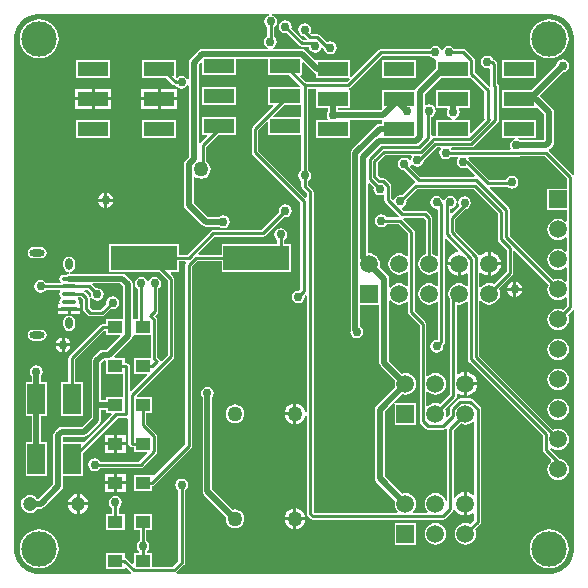
<source format=gtl>
G04 Layer_Physical_Order=1*
G04 Layer_Color=255*
%FSLAX24Y24*%
%MOIN*%
G70*
G01*
G75*
%ADD10R,0.0512X0.0413*%
%ADD11R,0.2200X0.0830*%
%ADD12R,0.0591X0.1024*%
%ADD13R,0.1000X0.0470*%
%ADD14O,0.0532X0.0120*%
%ADD15R,0.0532X0.0120*%
%ADD16C,0.0100*%
%ADD17C,0.0200*%
%ADD18C,0.0472*%
%ADD19R,0.0591X0.0591*%
%ADD20C,0.0591*%
%ADD21C,0.1181*%
%ADD22C,0.0500*%
%ADD23R,0.0591X0.0591*%
G04:AMPARAMS|DCode=24|XSize=23.6mil|YSize=51.2mil|CornerRadius=11.8mil|HoleSize=0mil|Usage=FLASHONLY|Rotation=270.000|XOffset=0mil|YOffset=0mil|HoleType=Round|Shape=RoundedRectangle|*
%AMROUNDEDRECTD24*
21,1,0.0236,0.0276,0,0,270.0*
21,1,0.0000,0.0512,0,0,270.0*
1,1,0.0236,-0.0138,0.0000*
1,1,0.0236,-0.0138,0.0000*
1,1,0.0236,0.0138,0.0000*
1,1,0.0236,0.0138,0.0000*
%
%ADD24ROUNDEDRECTD24*%
G04:AMPARAMS|DCode=25|XSize=27.6mil|YSize=39.4mil|CornerRadius=13.8mil|HoleSize=0mil|Usage=FLASHONLY|Rotation=0.000|XOffset=0mil|YOffset=0mil|HoleType=Round|Shape=RoundedRectangle|*
%AMROUNDEDRECTD25*
21,1,0.0276,0.0118,0,0,0.0*
21,1,0.0000,0.0394,0,0,0.0*
1,1,0.0276,0.0000,-0.0059*
1,1,0.0276,0.0000,-0.0059*
1,1,0.0276,0.0000,0.0059*
1,1,0.0276,0.0000,0.0059*
%
%ADD25ROUNDEDRECTD25*%
%ADD26C,0.0300*%
G36*
X18593Y13348D02*
Y13005D01*
X17945D01*
Y12295D01*
X18593D01*
Y11927D01*
X18543Y11911D01*
X18479Y11960D01*
X18393Y11996D01*
X18300Y12008D01*
X18207Y11996D01*
X18121Y11960D01*
X18047Y11903D01*
X17990Y11829D01*
X17954Y11743D01*
X17942Y11650D01*
X17954Y11557D01*
X17990Y11471D01*
X18047Y11397D01*
X18121Y11340D01*
X18207Y11304D01*
X18300Y11292D01*
X18393Y11304D01*
X18479Y11340D01*
X18543Y11389D01*
X18593Y11373D01*
Y10927D01*
X18543Y10911D01*
X18479Y10960D01*
X18393Y10996D01*
X18300Y11008D01*
X18207Y10996D01*
X18121Y10960D01*
X18047Y10903D01*
X17990Y10829D01*
X17954Y10743D01*
X17942Y10650D01*
X17954Y10557D01*
X17990Y10471D01*
X18047Y10397D01*
X18121Y10340D01*
X18207Y10304D01*
X18300Y10292D01*
X18393Y10304D01*
X18479Y10340D01*
X18543Y10389D01*
X18593Y10373D01*
Y9927D01*
X18543Y9911D01*
X18479Y9960D01*
X18393Y9996D01*
X18300Y10008D01*
X18207Y9996D01*
X18140Y9968D01*
X16682Y11426D01*
Y12306D01*
X16682Y12306D01*
X16674Y12349D01*
X16649Y12386D01*
X16649Y12386D01*
X16007Y13027D01*
X16028Y13077D01*
X16607D01*
X16612Y13071D01*
X16681Y13024D01*
X16763Y13008D01*
X16845Y13024D01*
X16915Y13071D01*
X16961Y13140D01*
X16977Y13222D01*
X16961Y13304D01*
X16915Y13374D01*
X16845Y13420D01*
X16763Y13436D01*
X16681Y13420D01*
X16612Y13374D01*
X16565Y13304D01*
X16565Y13302D01*
X16007D01*
X15341Y13968D01*
X15338Y13982D01*
X15307Y14028D01*
X15334Y14078D01*
X17008D01*
X17008Y14078D01*
X17051Y14086D01*
X17053Y14088D01*
X17854D01*
X18593Y13348D01*
D02*
G37*
G36*
X13426Y14068D02*
X13402Y14032D01*
X13390Y13969D01*
X13337Y13958D01*
X13321Y13981D01*
X13252Y14028D01*
X13170Y14044D01*
X13088Y14028D01*
X13019Y13981D01*
X12972Y13912D01*
X12956Y13830D01*
X12972Y13748D01*
X13019Y13679D01*
X13088Y13632D01*
X13170Y13616D01*
X13175Y13617D01*
X13530Y13261D01*
X13515Y13206D01*
X13491Y13189D01*
X13491Y13189D01*
X13086Y12785D01*
X13040Y12794D01*
X12958Y12778D01*
X12889Y12731D01*
X12842Y12662D01*
X12837Y12636D01*
X12789Y12622D01*
X12731Y12680D01*
Y13106D01*
X12731Y13106D01*
X12722Y13149D01*
X12698Y13185D01*
X12698Y13185D01*
X12545Y13338D01*
X12509Y13362D01*
X12466Y13371D01*
X12466Y13371D01*
X12371D01*
X12287Y13455D01*
Y13879D01*
X12526Y14118D01*
X13399D01*
X13426Y14068D01*
D02*
G37*
G36*
X14386Y14333D02*
X14352Y14282D01*
X14336Y14200D01*
X14352Y14118D01*
X14399Y14049D01*
X14468Y14002D01*
X14550Y13986D01*
X14632Y14002D01*
X14701Y14049D01*
X14721Y14078D01*
X14946D01*
X14973Y14028D01*
X14942Y13982D01*
X14926Y13900D01*
X14942Y13818D01*
X14989Y13749D01*
X15058Y13702D01*
X15140Y13686D01*
X15222Y13702D01*
X15262Y13729D01*
X15529Y13462D01*
X15509Y13412D01*
X13696D01*
X13365Y13744D01*
X13368Y13748D01*
X13380Y13811D01*
X13433Y13822D01*
X13449Y13799D01*
X13518Y13752D01*
X13600Y13736D01*
X13682Y13752D01*
X13751Y13799D01*
X13798Y13868D01*
X13813Y13943D01*
X14252Y14383D01*
X14363D01*
X14386Y14333D01*
D02*
G37*
G36*
X10240Y16295D02*
X10240D01*
Y15705D01*
X10637D01*
Y15584D01*
X10602Y15532D01*
X10586Y15450D01*
X10602Y15368D01*
X10618Y15345D01*
X10591Y15295D01*
X10240D01*
Y14705D01*
X11360D01*
Y15287D01*
X12440D01*
Y15163D01*
X12359D01*
X12296Y15151D01*
X12243Y15115D01*
X11429Y14301D01*
X11394Y14248D01*
X11382Y14186D01*
Y8285D01*
X11383Y8277D01*
X11376Y8240D01*
X11392Y8158D01*
X11439Y8089D01*
X11508Y8042D01*
X11590Y8026D01*
X11672Y8042D01*
X11741Y8089D01*
X11788Y8158D01*
X11804Y8240D01*
X11788Y8322D01*
X11741Y8391D01*
X11708Y8414D01*
Y9145D01*
X12337D01*
Y7208D01*
X12349Y7146D01*
X12385Y7093D01*
X12869Y6609D01*
X12862Y6593D01*
X12850Y6500D01*
X12862Y6407D01*
X12869Y6391D01*
X12235Y5757D01*
X12199Y5704D01*
X12187Y5642D01*
Y3358D01*
X12199Y3296D01*
X12235Y3243D01*
X12869Y2609D01*
X12862Y2593D01*
X12850Y2500D01*
X12862Y2407D01*
X12898Y2321D01*
X12951Y2252D01*
X12939Y2202D01*
X10171D01*
X10148Y2226D01*
Y12900D01*
X10148Y12900D01*
X10139Y12943D01*
X10115Y12979D01*
X9962Y13132D01*
Y13272D01*
X10001Y13299D01*
X10048Y13368D01*
X10064Y13450D01*
X10048Y13532D01*
X10001Y13601D01*
X9962Y13628D01*
Y16338D01*
X10223D01*
X10240Y16295D01*
D02*
G37*
G36*
X9738Y15395D02*
X8819D01*
X8800Y15441D01*
X9164Y15805D01*
X9738D01*
Y15395D01*
D02*
G37*
G36*
X15360Y16705D02*
Y16705D01*
X15404Y16688D01*
X15838Y16254D01*
Y15359D01*
X15838Y15359D01*
X15846Y15317D01*
X15847Y15315D01*
X15406Y14874D01*
X15360Y14893D01*
Y15295D01*
X14851D01*
X14846Y15345D01*
X14882Y15352D01*
X14951Y15399D01*
X14998Y15468D01*
X15014Y15550D01*
X14998Y15632D01*
X14982Y15655D01*
X15009Y15705D01*
X15360D01*
Y16295D01*
X14240D01*
Y15705D01*
X14591D01*
X14618Y15655D01*
X14602Y15632D01*
X14586Y15550D01*
X14602Y15468D01*
X14649Y15399D01*
X14718Y15352D01*
X14754Y15345D01*
X14749Y15295D01*
X14240D01*
Y14767D01*
X14120D01*
X14072Y14809D01*
Y15400D01*
X14082Y15402D01*
X14151Y15449D01*
X14198Y15518D01*
X14214Y15600D01*
X14198Y15682D01*
X14151Y15751D01*
X14082Y15798D01*
X14000Y15814D01*
X13918Y15798D01*
X13897Y15784D01*
X13853Y15807D01*
Y16172D01*
X14386Y16705D01*
X15360D01*
X15360Y16705D01*
D02*
G37*
G36*
X18078Y18833D02*
X18243Y18800D01*
X18394Y18737D01*
X18530Y18646D01*
X18646Y18530D01*
X18737Y18394D01*
X18800Y18243D01*
X18833Y18078D01*
X18837Y17996D01*
Y13486D01*
X18787Y13471D01*
X18785Y13474D01*
X18785Y13474D01*
X17997Y14262D01*
X17997Y14316D01*
X18001Y14325D01*
X18015Y14335D01*
X18115Y14435D01*
X18151Y14488D01*
X18163Y14550D01*
Y15550D01*
X18151Y15612D01*
X18115Y15665D01*
X17681Y16100D01*
X18471Y16890D01*
X18532Y16902D01*
X18601Y16949D01*
X18648Y17018D01*
X18664Y17100D01*
X18648Y17182D01*
X18601Y17251D01*
X18532Y17298D01*
X18450Y17314D01*
X18368Y17298D01*
X18299Y17251D01*
X18252Y17182D01*
X18240Y17121D01*
X17414Y16295D01*
X16440D01*
Y15705D01*
X17560D01*
Y15705D01*
X17598Y15721D01*
X17837Y15482D01*
Y14618D01*
X17832Y14613D01*
X17034D01*
X16982Y14648D01*
X16946Y14655D01*
X16951Y14705D01*
X17560D01*
Y15295D01*
X16440D01*
Y14705D01*
X16849D01*
X16854Y14655D01*
X16818Y14648D01*
X16749Y14601D01*
X16702Y14532D01*
X16686Y14450D01*
X16702Y14368D01*
X16717Y14346D01*
X16693Y14302D01*
X14749D01*
X14726Y14338D01*
X14749Y14383D01*
X15412D01*
X15412Y14383D01*
X15455Y14391D01*
X15491Y14416D01*
X16289Y15214D01*
X16314Y15250D01*
X16322Y15293D01*
X16322Y15293D01*
Y16408D01*
X16322Y16408D01*
X16314Y16451D01*
X16289Y16487D01*
X16289Y16487D01*
X16262Y16514D01*
Y17168D01*
X16262Y17168D01*
X16254Y17211D01*
X16229Y17247D01*
X16168Y17309D01*
X16131Y17333D01*
X16120Y17335D01*
X16089Y17381D01*
X16020Y17427D01*
X15938Y17443D01*
X15856Y17427D01*
X15786Y17381D01*
X15740Y17311D01*
X15724Y17229D01*
X15740Y17147D01*
X15786Y17078D01*
X15856Y17031D01*
X15938Y17015D01*
X15988Y17025D01*
X16038Y16988D01*
Y16468D01*
X16038Y16468D01*
X16044Y16435D01*
X16012Y16410D01*
X16003Y16405D01*
X15522Y16886D01*
Y17281D01*
X15514Y17323D01*
X15489Y17360D01*
X15489Y17360D01*
X15220Y17629D01*
X15183Y17654D01*
X15141Y17662D01*
X15141Y17662D01*
X14828D01*
X14801Y17701D01*
X14732Y17748D01*
X14650Y17764D01*
X14568Y17748D01*
X14499Y17701D01*
X14452Y17632D01*
X14450Y17623D01*
X14400D01*
X14398Y17632D01*
X14351Y17701D01*
X14282Y17748D01*
X14200Y17764D01*
X14118Y17748D01*
X14049Y17701D01*
X14022Y17662D01*
X12400D01*
X12400Y17662D01*
X12357Y17654D01*
X12321Y17629D01*
X11410Y16719D01*
X11360Y16739D01*
Y17295D01*
X10240D01*
Y17295D01*
X10210Y17282D01*
X9882Y17610D01*
X9829Y17646D01*
X9766Y17658D01*
X8790D01*
X8781Y17704D01*
X8782Y17708D01*
X8850Y17753D01*
X8896Y17823D01*
X8913Y17905D01*
X8896Y17987D01*
X8850Y18056D01*
X8832Y18068D01*
Y18402D01*
X8871Y18429D01*
X8918Y18498D01*
X8934Y18580D01*
X8918Y18662D01*
X8871Y18731D01*
X8802Y18778D01*
X8756Y18787D01*
X8761Y18837D01*
X17996D01*
X18078Y18833D01*
D02*
G37*
G36*
X13888Y11979D02*
Y10838D01*
X13821Y10810D01*
X13747Y10753D01*
X13690Y10679D01*
X13654Y10593D01*
X13642Y10500D01*
X13654Y10407D01*
X13690Y10321D01*
X13747Y10247D01*
X13821Y10190D01*
X13907Y10154D01*
X14000Y10142D01*
X14093Y10154D01*
X14179Y10190D01*
X14248Y10242D01*
X14298Y10231D01*
Y9769D01*
X14248Y9758D01*
X14179Y9810D01*
X14093Y9846D01*
X14000Y9858D01*
X13907Y9846D01*
X13821Y9810D01*
X13747Y9753D01*
X13690Y9679D01*
X13654Y9593D01*
X13642Y9500D01*
X13654Y9407D01*
X13690Y9321D01*
X13747Y9247D01*
X13821Y9190D01*
X13907Y9154D01*
X14000Y9142D01*
X14093Y9154D01*
X14179Y9190D01*
X14248Y9242D01*
X14298Y9231D01*
Y8006D01*
X14250Y7964D01*
X14168Y7948D01*
X14099Y7901D01*
X14052Y7832D01*
X14036Y7750D01*
X14052Y7668D01*
X14099Y7599D01*
X14168Y7552D01*
X14250Y7536D01*
X14332Y7552D01*
X14401Y7599D01*
X14448Y7668D01*
X14464Y7750D01*
X14455Y7796D01*
X14489Y7831D01*
X14489Y7831D01*
X14514Y7867D01*
X14522Y7910D01*
X14522Y7910D01*
Y11338D01*
X14568Y11357D01*
X14979Y10946D01*
X14961Y10894D01*
X14897Y10885D01*
X14801Y10845D01*
X14718Y10782D01*
X14655Y10699D01*
X14615Y10603D01*
X14608Y10550D01*
X15000D01*
Y10500D01*
X15050D01*
Y10108D01*
X15103Y10115D01*
X15199Y10155D01*
X15243Y10188D01*
X15293Y10164D01*
Y9777D01*
X15243Y9761D01*
X15179Y9810D01*
X15093Y9846D01*
X15000Y9858D01*
X14907Y9846D01*
X14821Y9810D01*
X14747Y9753D01*
X14690Y9679D01*
X14654Y9593D01*
X14642Y9500D01*
X14654Y9407D01*
X14690Y9321D01*
X14700Y9307D01*
Y6712D01*
X14699Y6711D01*
X14691Y6668D01*
X14691Y6668D01*
Y6332D01*
X14691Y6332D01*
X14699Y6289D01*
X14700Y6288D01*
Y6150D01*
X14368Y5818D01*
X14301Y5846D01*
X14208Y5858D01*
X14116Y5846D01*
X14029Y5810D01*
X13962Y5759D01*
X13912Y5772D01*
Y6228D01*
X13962Y6241D01*
X14029Y6190D01*
X14116Y6154D01*
X14208Y6142D01*
X14301Y6154D01*
X14387Y6190D01*
X14462Y6247D01*
X14519Y6321D01*
X14554Y6407D01*
X14567Y6500D01*
X14554Y6593D01*
X14519Y6679D01*
X14462Y6753D01*
X14387Y6810D01*
X14301Y6846D01*
X14208Y6858D01*
X14116Y6846D01*
X14029Y6810D01*
X13962Y6759D01*
X13912Y6772D01*
Y8500D01*
X13904Y8543D01*
X13879Y8579D01*
X13879Y8579D01*
X13522Y8936D01*
Y11560D01*
X13522Y11560D01*
X13514Y11603D01*
X13489Y11639D01*
X13489Y11639D01*
X13141Y11988D01*
X13161Y12038D01*
X13829D01*
X13888Y11979D01*
D02*
G37*
G36*
X12747Y9247D02*
X12821Y9190D01*
X12907Y9154D01*
X13000Y9142D01*
X13093Y9154D01*
X13179Y9190D01*
X13248Y9242D01*
X13298Y9231D01*
Y8890D01*
X13298Y8890D01*
X13306Y8847D01*
X13331Y8811D01*
X13688Y8454D01*
Y5250D01*
X13688Y5250D01*
X13696Y5207D01*
X13721Y5171D01*
X13881Y5011D01*
X13881Y5011D01*
X13917Y4986D01*
X13960Y4978D01*
X13960Y4978D01*
X14450D01*
X14450Y4978D01*
X14493Y4986D01*
X14529Y5011D01*
X14553Y5035D01*
X14600Y5010D01*
X14598Y5002D01*
X14598Y5002D01*
Y2618D01*
X14548Y2609D01*
X14519Y2679D01*
X14462Y2753D01*
X14387Y2810D01*
X14301Y2846D01*
X14208Y2858D01*
X14116Y2846D01*
X14029Y2810D01*
X13955Y2753D01*
X13898Y2679D01*
X13862Y2593D01*
X13850Y2500D01*
X13862Y2407D01*
X13898Y2321D01*
X13951Y2252D01*
X13939Y2202D01*
X13477D01*
X13466Y2252D01*
X13519Y2321D01*
X13554Y2407D01*
X13567Y2500D01*
X13554Y2593D01*
X13519Y2679D01*
X13462Y2753D01*
X13387Y2810D01*
X13301Y2846D01*
X13208Y2858D01*
X13116Y2846D01*
X13099Y2839D01*
X12513Y3426D01*
Y5574D01*
X12809Y5870D01*
X12853Y5843D01*
X12853Y5810D01*
Y5145D01*
X13564D01*
Y5855D01*
X12901D01*
X12865Y5855D01*
X12838Y5899D01*
X13099Y6161D01*
X13116Y6154D01*
X13208Y6142D01*
X13301Y6154D01*
X13387Y6190D01*
X13462Y6247D01*
X13519Y6321D01*
X13554Y6407D01*
X13567Y6500D01*
X13554Y6593D01*
X13519Y6679D01*
X13462Y6753D01*
X13387Y6810D01*
X13301Y6846D01*
X13208Y6858D01*
X13116Y6846D01*
X13099Y6839D01*
X12663Y7276D01*
Y9273D01*
X12713Y9290D01*
X12747Y9247D01*
D02*
G37*
G36*
X8684Y18787D02*
X8638Y18778D01*
X8569Y18731D01*
X8522Y18662D01*
X8506Y18580D01*
X8522Y18498D01*
X8569Y18429D01*
X8608Y18402D01*
Y18097D01*
X8547Y18056D01*
X8501Y17987D01*
X8484Y17905D01*
X8501Y17823D01*
X8547Y17753D01*
X8615Y17708D01*
X8616Y17704D01*
X8607Y17658D01*
X6434D01*
X6371Y17646D01*
X6318Y17610D01*
X6035Y17327D01*
X5999Y17274D01*
X5987Y17211D01*
Y16664D01*
X5937Y16648D01*
X5901Y16701D01*
X5832Y16748D01*
X5750Y16764D01*
X5668Y16748D01*
X5610Y16709D01*
X5571Y16723D01*
X5560Y16731D01*
Y17295D01*
X4440D01*
Y16705D01*
X5236D01*
X5471Y16471D01*
X5471Y16471D01*
X5507Y16446D01*
X5550Y16438D01*
X5550Y16438D01*
X5572D01*
X5599Y16399D01*
X5668Y16352D01*
X5750Y16336D01*
X5832Y16352D01*
X5901Y16399D01*
X5937Y16452D01*
X5987Y16437D01*
Y14047D01*
X5875Y13935D01*
X5839Y13882D01*
X5827Y13820D01*
Y12460D01*
X5839Y12398D01*
X5875Y12345D01*
X6435Y11785D01*
X6488Y11749D01*
X6550Y11737D01*
X7006D01*
X7058Y11702D01*
X7140Y11686D01*
X7222Y11702D01*
X7291Y11749D01*
X7338Y11818D01*
X7354Y11900D01*
X7338Y11982D01*
X7291Y12051D01*
X7222Y12098D01*
X7140Y12114D01*
X7058Y12098D01*
X7006Y12063D01*
X6618D01*
X6153Y12528D01*
Y13386D01*
X6203Y13410D01*
X6244Y13379D01*
X6319Y13348D01*
X6400Y13337D01*
X6481Y13348D01*
X6556Y13379D01*
X6621Y13429D01*
X6671Y13494D01*
X6702Y13569D01*
X6713Y13650D01*
X6702Y13731D01*
X6671Y13806D01*
X6621Y13871D01*
X6562Y13916D01*
Y14404D01*
X6964Y14805D01*
X7560D01*
Y15395D01*
X6440D01*
Y14805D01*
X6581D01*
X6600Y14759D01*
X6371Y14529D01*
X6363Y14518D01*
X6313Y14533D01*
Y17144D01*
X6394Y17224D01*
X6440Y17205D01*
Y16805D01*
X7560D01*
Y17332D01*
X8640D01*
Y16805D01*
X9336D01*
X9696Y16445D01*
X9676Y16395D01*
X8640D01*
Y15805D01*
X8781D01*
X8800Y15759D01*
X8121Y15079D01*
X8096Y15043D01*
X8088Y15000D01*
X8088Y15000D01*
Y14220D01*
X8088Y14220D01*
X8096Y14177D01*
X8121Y14141D01*
X9708Y12554D01*
Y9646D01*
X9665Y9609D01*
X9640Y9614D01*
X9558Y9598D01*
X9489Y9551D01*
X9442Y9482D01*
X9426Y9400D01*
X9442Y9318D01*
X9489Y9249D01*
X9558Y9202D01*
X9640Y9186D01*
X9722Y9202D01*
X9791Y9249D01*
X9838Y9318D01*
X9854Y9400D01*
X9847Y9436D01*
X9877Y9464D01*
X9923Y9444D01*
Y5558D01*
X9873Y5555D01*
X9869Y5591D01*
X9833Y5677D01*
X9777Y5750D01*
X9704Y5806D01*
X9619Y5841D01*
X9578Y5846D01*
Y5500D01*
Y5154D01*
X9619Y5159D01*
X9704Y5194D01*
X9777Y5250D01*
X9833Y5323D01*
X9869Y5409D01*
X9873Y5445D01*
X9923Y5442D01*
Y2179D01*
X9923Y2179D01*
X9932Y2137D01*
X9956Y2100D01*
X10046Y2011D01*
X10046Y2011D01*
X10082Y1986D01*
X10125Y1978D01*
X10125Y1978D01*
X14460D01*
X14460Y1978D01*
X14503Y1986D01*
X14539Y2011D01*
X14789Y2261D01*
X14789Y2261D01*
X14812Y2294D01*
X14838Y2299D01*
X14849Y2300D01*
X14865Y2298D01*
X14926Y2218D01*
X15009Y2155D01*
X15105Y2115D01*
X15158Y2108D01*
Y2500D01*
Y2892D01*
X15105Y2885D01*
X15009Y2845D01*
X14926Y2782D01*
X14872Y2711D01*
X14822Y2725D01*
Y4955D01*
X15049Y5182D01*
X15116Y5154D01*
X15208Y5142D01*
X15301Y5154D01*
X15387Y5190D01*
X15458Y5244D01*
X15486Y5238D01*
X15508Y5231D01*
Y2831D01*
X15458Y2807D01*
X15408Y2845D01*
X15311Y2885D01*
X15258Y2892D01*
Y2500D01*
Y2108D01*
X15311Y2115D01*
X15408Y2155D01*
X15458Y2193D01*
X15508Y2169D01*
Y1958D01*
X15368Y1818D01*
X15301Y1846D01*
X15208Y1858D01*
X15116Y1846D01*
X15029Y1810D01*
X14955Y1753D01*
X14898Y1679D01*
X14862Y1593D01*
X14850Y1500D01*
X14862Y1407D01*
X14898Y1321D01*
X14955Y1247D01*
X15029Y1190D01*
X15116Y1154D01*
X15208Y1142D01*
X15301Y1154D01*
X15387Y1190D01*
X15462Y1247D01*
X15519Y1321D01*
X15554Y1407D01*
X15567Y1500D01*
X15554Y1593D01*
X15527Y1660D01*
X15699Y1832D01*
X15699Y1832D01*
X15724Y1869D01*
X15732Y1912D01*
Y5560D01*
X15726Y5592D01*
Y5668D01*
X15726Y5668D01*
X15717Y5711D01*
X15693Y5747D01*
X15693Y5747D01*
X15455Y5985D01*
X15419Y6009D01*
X15376Y6017D01*
X15376Y6017D01*
X15294D01*
X15270Y6022D01*
X15246Y6017D01*
X15040D01*
X15040Y6017D01*
X14997Y6009D01*
X14961Y5985D01*
X14961Y5985D01*
X14724Y5747D01*
X14699Y5711D01*
X14691Y5668D01*
X14691Y5668D01*
Y5489D01*
X14604Y5403D01*
X14557Y5426D01*
X14567Y5500D01*
X14554Y5593D01*
X14527Y5660D01*
X14891Y6025D01*
X14891Y6025D01*
X14916Y6061D01*
X14924Y6104D01*
Y6157D01*
X14974Y6181D01*
X15009Y6155D01*
X15105Y6115D01*
X15158Y6108D01*
Y6500D01*
Y6892D01*
X15105Y6885D01*
X15009Y6845D01*
X14974Y6819D01*
X14924Y6843D01*
Y9114D01*
X14962Y9147D01*
X15000Y9142D01*
X15093Y9154D01*
X15179Y9190D01*
X15243Y9239D01*
X15293Y9223D01*
Y7318D01*
X15293Y7318D01*
X15302Y7276D01*
X15326Y7239D01*
X17783Y4783D01*
Y4305D01*
X17783Y4305D01*
X17791Y4262D01*
X17815Y4226D01*
X18072Y3970D01*
X18068Y3920D01*
X18047Y3903D01*
X17990Y3829D01*
X17954Y3743D01*
X17942Y3650D01*
X17954Y3557D01*
X17990Y3471D01*
X18047Y3397D01*
X18121Y3340D01*
X18207Y3304D01*
X18300Y3292D01*
X18393Y3304D01*
X18479Y3340D01*
X18553Y3397D01*
X18610Y3471D01*
X18646Y3557D01*
X18658Y3650D01*
X18646Y3743D01*
X18610Y3829D01*
X18553Y3903D01*
X18479Y3960D01*
X18393Y3996D01*
X18358Y4001D01*
X18031Y4328D01*
X18034Y4343D01*
X18091Y4363D01*
X18121Y4340D01*
X18207Y4304D01*
X18300Y4292D01*
X18393Y4304D01*
X18479Y4340D01*
X18553Y4397D01*
X18610Y4471D01*
X18646Y4557D01*
X18658Y4650D01*
X18646Y4743D01*
X18610Y4829D01*
X18553Y4903D01*
X18479Y4960D01*
X18393Y4996D01*
X18300Y5008D01*
X18207Y4996D01*
X18140Y4968D01*
X15677Y7431D01*
Y9255D01*
X15727Y9272D01*
X15747Y9247D01*
X15821Y9190D01*
X15907Y9154D01*
X16000Y9142D01*
X16093Y9154D01*
X16179Y9190D01*
X16253Y9247D01*
X16310Y9321D01*
X16346Y9407D01*
X16358Y9500D01*
X16346Y9593D01*
X16318Y9660D01*
X16779Y10121D01*
X16779Y10121D01*
X16804Y10157D01*
X16812Y10200D01*
Y10914D01*
X16858Y10933D01*
X17982Y9810D01*
X17954Y9743D01*
X17942Y9650D01*
X17954Y9557D01*
X17990Y9471D01*
X18047Y9397D01*
X18121Y9340D01*
X18207Y9304D01*
X18300Y9292D01*
X18393Y9304D01*
X18479Y9340D01*
X18543Y9389D01*
X18593Y9373D01*
Y9102D01*
X18460Y8968D01*
X18393Y8996D01*
X18300Y9008D01*
X18207Y8996D01*
X18121Y8960D01*
X18047Y8903D01*
X17990Y8829D01*
X17954Y8743D01*
X17942Y8650D01*
X17954Y8557D01*
X17990Y8471D01*
X18047Y8397D01*
X18121Y8340D01*
X18207Y8304D01*
X18300Y8292D01*
X18393Y8304D01*
X18479Y8340D01*
X18553Y8397D01*
X18610Y8471D01*
X18646Y8557D01*
X18658Y8650D01*
X18646Y8743D01*
X18618Y8810D01*
X18785Y8976D01*
X18785Y8976D01*
X18787Y8979D01*
X18837Y8964D01*
Y1004D01*
X18833Y922D01*
X18800Y757D01*
X18737Y606D01*
X18646Y470D01*
X18530Y354D01*
X18394Y263D01*
X18243Y200D01*
X18078Y167D01*
X17996Y163D01*
X5596D01*
X5586Y177D01*
X5577Y213D01*
X5829Y466D01*
X5829Y466D01*
X5854Y502D01*
X5862Y545D01*
X5862Y545D01*
Y2952D01*
X5901Y2979D01*
X5948Y3048D01*
X5964Y3130D01*
X5948Y3212D01*
X5901Y3281D01*
X5832Y3328D01*
X5750Y3344D01*
X5668Y3328D01*
X5599Y3281D01*
X5552Y3212D01*
X5536Y3130D01*
X5552Y3048D01*
X5599Y2979D01*
X5638Y2952D01*
Y591D01*
X5442Y395D01*
X4779D01*
Y867D01*
X4582D01*
X4581Y917D01*
X4614Y939D01*
X4660Y1008D01*
X4677Y1090D01*
X4660Y1172D01*
X4614Y1241D01*
X4575Y1268D01*
Y1633D01*
X4779D01*
Y2167D01*
X4147D01*
Y1633D01*
X4350D01*
Y1268D01*
X4311Y1241D01*
X4265Y1172D01*
X4248Y1090D01*
X4265Y1008D01*
X4311Y939D01*
X4344Y917D01*
X4343Y867D01*
X4147D01*
Y522D01*
X4101Y503D01*
X3924Y679D01*
X3887Y704D01*
X3853Y710D01*
Y867D01*
X3221D01*
Y333D01*
X3853D01*
Y367D01*
X3900Y386D01*
X4073Y213D01*
X4063Y177D01*
X4054Y163D01*
X1004D01*
X922Y167D01*
X757Y200D01*
X606Y263D01*
X470Y354D01*
X354Y470D01*
X263Y606D01*
X200Y757D01*
X167Y922D01*
X163Y1004D01*
Y17996D01*
X167Y18078D01*
X200Y18243D01*
X263Y18394D01*
X354Y18530D01*
X470Y18646D01*
X606Y18737D01*
X757Y18800D01*
X922Y18833D01*
X1004Y18837D01*
X8679D01*
X8684Y18787D01*
D02*
G37*
G36*
X8640Y15216D02*
Y14805D01*
X9738D01*
Y13628D01*
X9699Y13601D01*
X9652Y13532D01*
X9636Y13450D01*
X9652Y13368D01*
X9699Y13299D01*
X9738Y13272D01*
Y13086D01*
X9738Y13086D01*
X9746Y13043D01*
X9771Y13006D01*
X9923Y12854D01*
Y12726D01*
X9873Y12705D01*
X8312Y14266D01*
Y14954D01*
X8594Y15235D01*
X8640Y15216D01*
D02*
G37*
G36*
X12154Y13045D02*
X12144Y12998D01*
X12161Y12916D01*
X12207Y12847D01*
X12276Y12801D01*
X12358Y12784D01*
X12440Y12801D01*
X12462Y12815D01*
X12506Y12792D01*
Y12634D01*
X12506Y12634D01*
X12515Y12591D01*
X12539Y12555D01*
X12992Y12102D01*
X12971Y12052D01*
X12583D01*
X12556Y12091D01*
X12487Y12138D01*
X12405Y12154D01*
X12323Y12138D01*
X12254Y12091D01*
X12207Y12022D01*
X12191Y11940D01*
X12207Y11858D01*
X12254Y11789D01*
X12323Y11742D01*
X12405Y11726D01*
X12487Y11742D01*
X12556Y11789D01*
X12583Y11828D01*
X12984D01*
X13298Y11514D01*
Y10769D01*
X13248Y10758D01*
X13179Y10810D01*
X13093Y10846D01*
X13000Y10858D01*
X12907Y10846D01*
X12821Y10810D01*
X12747Y10753D01*
X12690Y10679D01*
X12654Y10593D01*
X12642Y10500D01*
X12654Y10407D01*
X12690Y10321D01*
X12747Y10247D01*
X12821Y10190D01*
X12907Y10154D01*
X13000Y10142D01*
X13093Y10154D01*
X13179Y10190D01*
X13248Y10242D01*
X13298Y10231D01*
Y9769D01*
X13248Y9758D01*
X13179Y9810D01*
X13093Y9846D01*
X13000Y9858D01*
X12907Y9846D01*
X12821Y9810D01*
X12747Y9753D01*
X12713Y9710D01*
X12663Y9727D01*
Y10000D01*
X12651Y10062D01*
X12615Y10115D01*
X12339Y10391D01*
X12346Y10407D01*
X12358Y10500D01*
X12346Y10593D01*
X12310Y10679D01*
X12253Y10753D01*
X12179Y10810D01*
X12093Y10846D01*
X12000Y10858D01*
X11968Y10887D01*
Y13165D01*
X12014Y13184D01*
X12154Y13045D01*
D02*
G37*
G36*
X16298Y12194D02*
Y11314D01*
X16298Y11314D01*
X16306Y11271D01*
X16331Y11234D01*
X16588Y10977D01*
Y10246D01*
X16160Y9818D01*
X16093Y9846D01*
X16000Y9858D01*
X15907Y9846D01*
X15821Y9810D01*
X15747Y9753D01*
X15727Y9728D01*
X15677Y9745D01*
Y10196D01*
X15727Y10211D01*
X15801Y10155D01*
X15897Y10115D01*
X15950Y10108D01*
Y10500D01*
Y10892D01*
X15897Y10885D01*
X15801Y10845D01*
X15721Y10784D01*
X15699Y10786D01*
X15665Y10794D01*
X15645Y10825D01*
X15645Y10825D01*
X14865Y11605D01*
Y11986D01*
X15211Y12332D01*
X15262Y12342D01*
X15331Y12389D01*
X15378Y12458D01*
X15394Y12540D01*
X15378Y12622D01*
X15331Y12691D01*
X15262Y12738D01*
X15180Y12754D01*
X15098Y12738D01*
X15029Y12691D01*
X14982Y12622D01*
X14966Y12540D01*
X14982Y12458D01*
X14997Y12436D01*
X14751Y12189D01*
X14705Y12208D01*
Y12337D01*
X14782Y12352D01*
X14851Y12399D01*
X14898Y12468D01*
X14914Y12550D01*
X14898Y12632D01*
X14851Y12701D01*
X14782Y12748D01*
X14700Y12764D01*
X14618Y12748D01*
X14549Y12701D01*
X14502Y12632D01*
X14500Y12623D01*
X14450D01*
X14448Y12632D01*
X14401Y12701D01*
X14332Y12748D01*
X14250Y12764D01*
X14168Y12748D01*
X14099Y12701D01*
X14052Y12632D01*
X14036Y12550D01*
X14052Y12468D01*
X14099Y12399D01*
X14168Y12352D01*
X14250Y12336D01*
X14259Y12338D01*
X14298Y12306D01*
Y10769D01*
X14248Y10758D01*
X14179Y10810D01*
X14112Y10838D01*
Y12025D01*
X14112Y12025D01*
X14104Y12068D01*
X14079Y12104D01*
X14079Y12104D01*
X13954Y12229D01*
X13918Y12254D01*
X13875Y12262D01*
X13875Y12262D01*
X13149D01*
X13082Y12329D01*
X13096Y12377D01*
X13122Y12382D01*
X13191Y12429D01*
X13238Y12498D01*
X13254Y12580D01*
X13245Y12626D01*
X13616Y12998D01*
X15494D01*
X16298Y12194D01*
D02*
G37*
G36*
X10146Y16885D02*
X10199Y16849D01*
X10240Y16841D01*
Y16705D01*
X11326D01*
X11346Y16655D01*
X11254Y16562D01*
X9896D01*
X9700Y16759D01*
X9719Y16805D01*
X9760D01*
Y17205D01*
X9806Y17224D01*
X10146Y16885D01*
D02*
G37*
G36*
X14049Y17399D02*
X14118Y17352D01*
X14200Y17336D01*
X14238Y17308D01*
X14240Y17293D01*
Y17021D01*
X13575Y16355D01*
X13539Y16302D01*
X13538Y16295D01*
X12440D01*
Y15705D01*
X12440Y15705D01*
X12440D01*
X12428Y15658D01*
X12382Y15613D01*
X10963D01*
Y15705D01*
X11360D01*
Y16295D01*
X11341D01*
X11336Y16345D01*
X11343Y16346D01*
X11379Y16371D01*
X12446Y17438D01*
X14022D01*
X14049Y17399D01*
D02*
G37*
%LPC*%
G36*
X17560Y17295D02*
X16440D01*
Y16705D01*
X17560D01*
Y17295D01*
D02*
G37*
G36*
X9200Y18614D02*
X9118Y18598D01*
X9049Y18551D01*
X9002Y18482D01*
X8986Y18400D01*
X9002Y18318D01*
X9049Y18249D01*
X9118Y18202D01*
X9200Y18186D01*
X9246Y18195D01*
X9671Y17771D01*
X9671Y17771D01*
X9707Y17746D01*
X9750Y17738D01*
X9988D01*
X10002Y17668D01*
X10049Y17599D01*
X10118Y17552D01*
X10200Y17536D01*
X10282Y17552D01*
X10351Y17599D01*
X10398Y17668D01*
X10403Y17694D01*
X10451Y17708D01*
X10493Y17667D01*
X10502Y17618D01*
X10549Y17549D01*
X10618Y17502D01*
X10700Y17486D01*
X10782Y17502D01*
X10851Y17549D01*
X10898Y17618D01*
X10914Y17700D01*
X10898Y17782D01*
X10851Y17851D01*
X10782Y17898D01*
X10700Y17914D01*
X10618Y17898D01*
X10594Y17882D01*
X10337Y18139D01*
X10301Y18164D01*
X10258Y18172D01*
X10258Y18172D01*
X10076D01*
X10041Y18208D01*
X10048Y18218D01*
X10064Y18300D01*
X10048Y18382D01*
X10001Y18451D01*
X9932Y18498D01*
X9850Y18514D01*
X9768Y18498D01*
X9699Y18451D01*
X9652Y18382D01*
X9636Y18300D01*
X9652Y18218D01*
X9699Y18149D01*
X9768Y18102D01*
X9844Y18087D01*
X9919Y18012D01*
X9899Y17962D01*
X9796D01*
X9405Y18354D01*
X9414Y18400D01*
X9398Y18482D01*
X9351Y18551D01*
X9282Y18598D01*
X9200Y18614D01*
D02*
G37*
G36*
X18000Y18654D02*
X17872Y18641D01*
X17750Y18604D01*
X17637Y18544D01*
X17538Y18462D01*
X17456Y18363D01*
X17396Y18250D01*
X17359Y18128D01*
X17346Y18000D01*
X17359Y17872D01*
X17396Y17750D01*
X17456Y17637D01*
X17538Y17538D01*
X17637Y17456D01*
X17750Y17396D01*
X17872Y17359D01*
X18000Y17346D01*
X18128Y17359D01*
X18250Y17396D01*
X18363Y17456D01*
X18462Y17538D01*
X18544Y17637D01*
X18604Y17750D01*
X18641Y17872D01*
X18654Y18000D01*
X18641Y18128D01*
X18604Y18250D01*
X18544Y18363D01*
X18462Y18462D01*
X18363Y18544D01*
X18250Y18604D01*
X18128Y18641D01*
X18000Y18654D01*
D02*
G37*
G36*
X14950Y10450D02*
X14608D01*
X14615Y10397D01*
X14655Y10301D01*
X14718Y10218D01*
X14801Y10155D01*
X14897Y10115D01*
X14950Y10108D01*
Y10450D01*
D02*
G37*
G36*
X7528Y5813D02*
X7447Y5802D01*
X7371Y5771D01*
X7306Y5721D01*
X7257Y5656D01*
X7226Y5581D01*
X7215Y5500D01*
X7226Y5419D01*
X7257Y5344D01*
X7306Y5279D01*
X7371Y5229D01*
X7447Y5198D01*
X7528Y5187D01*
X7608Y5198D01*
X7684Y5229D01*
X7749Y5279D01*
X7798Y5344D01*
X7830Y5419D01*
X7840Y5500D01*
X7830Y5581D01*
X7798Y5656D01*
X7749Y5721D01*
X7684Y5771D01*
X7608Y5802D01*
X7528Y5813D01*
D02*
G37*
G36*
X14208Y1858D02*
X14116Y1846D01*
X14029Y1810D01*
X13955Y1753D01*
X13898Y1679D01*
X13862Y1593D01*
X13850Y1500D01*
X13862Y1407D01*
X13898Y1321D01*
X13955Y1247D01*
X14029Y1190D01*
X14116Y1154D01*
X14208Y1142D01*
X14301Y1154D01*
X14387Y1190D01*
X14462Y1247D01*
X14519Y1321D01*
X14554Y1407D01*
X14567Y1500D01*
X14554Y1593D01*
X14519Y1679D01*
X14462Y1753D01*
X14387Y1810D01*
X14301Y1846D01*
X14208Y1858D01*
D02*
G37*
G36*
X18300Y6008D02*
X18207Y5996D01*
X18121Y5960D01*
X18047Y5903D01*
X17990Y5829D01*
X17954Y5743D01*
X17942Y5650D01*
X17954Y5557D01*
X17990Y5471D01*
X18047Y5397D01*
X18121Y5340D01*
X18207Y5304D01*
X18300Y5292D01*
X18393Y5304D01*
X18479Y5340D01*
X18553Y5397D01*
X18610Y5471D01*
X18646Y5557D01*
X18658Y5650D01*
X18646Y5743D01*
X18610Y5829D01*
X18553Y5903D01*
X18479Y5960D01*
X18393Y5996D01*
X18300Y6008D01*
D02*
G37*
G36*
X3893Y4807D02*
X3587D01*
Y4550D01*
X3893D01*
Y4807D01*
D02*
G37*
G36*
X3487D02*
X3181D01*
Y4550D01*
X3487D01*
Y4807D01*
D02*
G37*
G36*
X13564Y1855D02*
X12853D01*
Y1145D01*
X13564D01*
Y1855D01*
D02*
G37*
G36*
X9478Y5450D02*
X9181D01*
X9187Y5409D01*
X9222Y5323D01*
X9278Y5250D01*
X9351Y5194D01*
X9436Y5159D01*
X9478Y5154D01*
Y5450D01*
D02*
G37*
G36*
Y5846D02*
X9436Y5841D01*
X9351Y5806D01*
X9278Y5750D01*
X9222Y5677D01*
X9187Y5591D01*
X9181Y5550D01*
X9478D01*
Y5846D01*
D02*
G37*
G36*
X18300Y8008D02*
X18207Y7996D01*
X18121Y7960D01*
X18047Y7903D01*
X17990Y7829D01*
X17954Y7743D01*
X17942Y7650D01*
X17954Y7557D01*
X17990Y7471D01*
X18047Y7397D01*
X18121Y7340D01*
X18207Y7304D01*
X18300Y7292D01*
X18393Y7304D01*
X18479Y7340D01*
X18553Y7397D01*
X18610Y7471D01*
X18646Y7557D01*
X18658Y7650D01*
X18646Y7743D01*
X18610Y7829D01*
X18553Y7903D01*
X18479Y7960D01*
X18393Y7996D01*
X18300Y8008D01*
D02*
G37*
G36*
X15258Y6892D02*
Y6550D01*
X15600D01*
X15593Y6603D01*
X15554Y6699D01*
X15490Y6782D01*
X15408Y6845D01*
X15311Y6885D01*
X15258Y6892D01*
D02*
G37*
G36*
X2045Y7750D02*
X1850D01*
Y7555D01*
X1898Y7565D01*
X1980Y7620D01*
X2035Y7702D01*
X2045Y7750D01*
D02*
G37*
G36*
X1750D02*
X1555D01*
X1565Y7702D01*
X1620Y7620D01*
X1702Y7565D01*
X1750Y7555D01*
Y7750D01*
D02*
G37*
G36*
X18000Y1654D02*
X17872Y1641D01*
X17750Y1604D01*
X17637Y1544D01*
X17538Y1462D01*
X17456Y1363D01*
X17396Y1250D01*
X17359Y1128D01*
X17346Y1000D01*
X17359Y872D01*
X17396Y750D01*
X17456Y637D01*
X17538Y538D01*
X17637Y456D01*
X17750Y396D01*
X17872Y359D01*
X18000Y346D01*
X18128Y359D01*
X18250Y396D01*
X18363Y456D01*
X18462Y538D01*
X18544Y637D01*
X18604Y750D01*
X18641Y872D01*
X18654Y1000D01*
X18641Y1128D01*
X18604Y1250D01*
X18544Y1363D01*
X18462Y1462D01*
X18363Y1544D01*
X18250Y1604D01*
X18128Y1641D01*
X18000Y1654D01*
D02*
G37*
G36*
X15600Y6450D02*
X15258D01*
Y6108D01*
X15311Y6115D01*
X15408Y6155D01*
X15490Y6218D01*
X15554Y6301D01*
X15593Y6397D01*
X15600Y6450D01*
D02*
G37*
G36*
X18300Y7008D02*
X18207Y6996D01*
X18121Y6960D01*
X18047Y6903D01*
X17990Y6829D01*
X17954Y6743D01*
X17942Y6650D01*
X17954Y6557D01*
X17990Y6471D01*
X18047Y6397D01*
X18121Y6340D01*
X18207Y6304D01*
X18300Y6292D01*
X18393Y6304D01*
X18479Y6340D01*
X18553Y6397D01*
X18610Y6471D01*
X18646Y6557D01*
X18658Y6650D01*
X18646Y6743D01*
X18610Y6829D01*
X18553Y6903D01*
X18479Y6960D01*
X18393Y6996D01*
X18300Y7008D01*
D02*
G37*
G36*
X1000Y1654D02*
X872Y1641D01*
X750Y1604D01*
X637Y1544D01*
X538Y1462D01*
X456Y1363D01*
X396Y1250D01*
X359Y1128D01*
X346Y1000D01*
X359Y872D01*
X396Y750D01*
X456Y637D01*
X538Y538D01*
X637Y456D01*
X750Y396D01*
X872Y359D01*
X1000Y346D01*
X1128Y359D01*
X1250Y396D01*
X1363Y456D01*
X1462Y538D01*
X1544Y637D01*
X1604Y750D01*
X1641Y872D01*
X1654Y1000D01*
X1641Y1128D01*
X1604Y1250D01*
X1544Y1363D01*
X1462Y1462D01*
X1363Y1544D01*
X1250Y1604D01*
X1128Y1641D01*
X1000Y1654D01*
D02*
G37*
G36*
X3537Y2764D02*
X3455Y2748D01*
X3386Y2701D01*
X3340Y2632D01*
X3323Y2550D01*
X3340Y2468D01*
X3386Y2399D01*
X3425Y2372D01*
Y2167D01*
X3221D01*
Y1633D01*
X3853D01*
Y2167D01*
X3650D01*
Y2372D01*
X3689Y2399D01*
X3735Y2468D01*
X3752Y2550D01*
X3735Y2632D01*
X3689Y2701D01*
X3619Y2748D01*
X3537Y2764D01*
D02*
G37*
G36*
X3487Y3150D02*
X3181D01*
Y2893D01*
X3487D01*
Y3150D01*
D02*
G37*
G36*
X9578Y2346D02*
Y2050D01*
X9874D01*
X9869Y2091D01*
X9833Y2177D01*
X9777Y2250D01*
X9704Y2306D01*
X9619Y2341D01*
X9578Y2346D01*
D02*
G37*
G36*
X9478D02*
X9436Y2341D01*
X9351Y2306D01*
X9278Y2250D01*
X9222Y2177D01*
X9187Y2091D01*
X9181Y2050D01*
X9478D01*
Y2346D01*
D02*
G37*
G36*
X3893Y3150D02*
X3587D01*
Y2893D01*
X3893D01*
Y3150D01*
D02*
G37*
G36*
X2250Y2833D02*
X2212Y2828D01*
X2130Y2794D01*
X2060Y2740D01*
X2006Y2670D01*
X1972Y2588D01*
X1967Y2550D01*
X2250D01*
Y2833D01*
D02*
G37*
G36*
X2633Y2450D02*
X2350D01*
Y2167D01*
X2388Y2172D01*
X2470Y2206D01*
X2540Y2260D01*
X2594Y2330D01*
X2628Y2412D01*
X2633Y2450D01*
D02*
G37*
G36*
X2250D02*
X1967D01*
X1972Y2412D01*
X2006Y2330D01*
X2060Y2260D01*
X2130Y2206D01*
X2212Y2172D01*
X2250Y2167D01*
Y2450D01*
D02*
G37*
G36*
X2350Y2833D02*
Y2550D01*
X2633D01*
X2628Y2588D01*
X2594Y2670D01*
X2540Y2740D01*
X2470Y2794D01*
X2388Y2828D01*
X2350Y2833D01*
D02*
G37*
G36*
X900Y7114D02*
X818Y7098D01*
X749Y7051D01*
X702Y6982D01*
X686Y6900D01*
X702Y6818D01*
X746Y6752D01*
Y6572D01*
X554D01*
Y5428D01*
X746D01*
Y4572D01*
X554D01*
Y3428D01*
X1265D01*
Y4572D01*
X1073D01*
Y5428D01*
X1265D01*
Y6572D01*
X1073D01*
Y6780D01*
X1098Y6818D01*
X1114Y6900D01*
X1098Y6982D01*
X1051Y7051D01*
X982Y7098D01*
X900Y7114D01*
D02*
G37*
G36*
X3893Y3507D02*
X3587D01*
Y3250D01*
X3893D01*
Y3507D01*
D02*
G37*
G36*
Y4450D02*
X3587D01*
Y4193D01*
X3893D01*
Y4450D01*
D02*
G37*
G36*
X3487D02*
X3181D01*
Y4193D01*
X3487D01*
Y4450D01*
D02*
G37*
G36*
X9874Y1950D02*
X9578D01*
Y1654D01*
X9619Y1659D01*
X9704Y1694D01*
X9777Y1750D01*
X9833Y1823D01*
X9869Y1909D01*
X9874Y1950D01*
D02*
G37*
G36*
X6610Y6404D02*
X6528Y6388D01*
X6459Y6341D01*
X6412Y6272D01*
X6396Y6190D01*
X6412Y6108D01*
X6447Y6056D01*
Y2918D01*
X6459Y2855D01*
X6495Y2802D01*
X7224Y2072D01*
X7215Y2000D01*
X7226Y1919D01*
X7257Y1844D01*
X7306Y1779D01*
X7371Y1729D01*
X7447Y1698D01*
X7528Y1687D01*
X7608Y1698D01*
X7684Y1729D01*
X7749Y1779D01*
X7798Y1844D01*
X7830Y1919D01*
X7840Y2000D01*
X7830Y2081D01*
X7798Y2156D01*
X7749Y2221D01*
X7684Y2271D01*
X7608Y2302D01*
X7528Y2313D01*
X7455Y2303D01*
X6773Y2985D01*
Y6056D01*
X6808Y6108D01*
X6824Y6190D01*
X6808Y6272D01*
X6761Y6341D01*
X6692Y6388D01*
X6610Y6404D01*
D02*
G37*
G36*
X3487Y3507D02*
X3181D01*
Y3250D01*
X3487D01*
Y3507D01*
D02*
G37*
G36*
X9478Y1950D02*
X9181D01*
X9187Y1909D01*
X9222Y1823D01*
X9278Y1750D01*
X9351Y1694D01*
X9436Y1659D01*
X9478Y1654D01*
Y1950D01*
D02*
G37*
G36*
X1750Y8045D02*
X1702Y8035D01*
X1620Y7980D01*
X1565Y7898D01*
X1555Y7850D01*
X1750D01*
Y8045D01*
D02*
G37*
G36*
X4950Y15950D02*
X4400D01*
Y15665D01*
X4950D01*
Y15950D01*
D02*
G37*
G36*
X3400D02*
X2850D01*
Y15665D01*
X3400D01*
Y15950D01*
D02*
G37*
G36*
X7560Y16395D02*
X6440D01*
Y15805D01*
X7560D01*
Y16395D01*
D02*
G37*
G36*
X5600Y15950D02*
X5050D01*
Y15665D01*
X5600D01*
Y15950D01*
D02*
G37*
G36*
X2750D02*
X2200D01*
Y15665D01*
X2750D01*
Y15950D01*
D02*
G37*
G36*
X3270Y12865D02*
Y12670D01*
X3465D01*
X3456Y12718D01*
X3400Y12800D01*
X3318Y12855D01*
X3270Y12865D01*
D02*
G37*
G36*
X3170D02*
X3122Y12855D01*
X3040Y12800D01*
X2984Y12718D01*
X2975Y12670D01*
X3170D01*
Y12865D01*
D02*
G37*
G36*
X5560Y15295D02*
X4440D01*
Y14705D01*
X5560D01*
Y15295D01*
D02*
G37*
G36*
X3360D02*
X2240D01*
Y14705D01*
X3360D01*
Y15295D01*
D02*
G37*
G36*
X2750Y16335D02*
X2200D01*
Y16050D01*
X2750D01*
Y16335D01*
D02*
G37*
G36*
X1000Y18654D02*
X872Y18641D01*
X750Y18604D01*
X637Y18544D01*
X538Y18462D01*
X456Y18363D01*
X396Y18250D01*
X359Y18128D01*
X346Y18000D01*
X359Y17872D01*
X396Y17750D01*
X456Y17637D01*
X538Y17538D01*
X637Y17456D01*
X750Y17396D01*
X872Y17359D01*
X1000Y17346D01*
X1128Y17359D01*
X1250Y17396D01*
X1363Y17456D01*
X1462Y17538D01*
X1544Y17637D01*
X1604Y17750D01*
X1641Y17872D01*
X1654Y18000D01*
X1641Y18128D01*
X1604Y18250D01*
X1544Y18363D01*
X1462Y18462D01*
X1363Y18544D01*
X1250Y18604D01*
X1128Y18641D01*
X1000Y18654D01*
D02*
G37*
G36*
X3400Y16335D02*
X2850D01*
Y16050D01*
X3400D01*
Y16335D01*
D02*
G37*
G36*
X4950D02*
X4400D01*
Y16050D01*
X4950D01*
Y16335D01*
D02*
G37*
G36*
X3360Y17295D02*
X2240D01*
Y16705D01*
X3360D01*
Y17295D01*
D02*
G37*
G36*
X5600Y16335D02*
X5050D01*
Y16050D01*
X5600D01*
Y16335D01*
D02*
G37*
G36*
X16800Y9600D02*
X16605D01*
X16615Y9552D01*
X16670Y9470D01*
X16752Y9415D01*
X16800Y9405D01*
Y9600D01*
D02*
G37*
G36*
X2366Y8938D02*
X2050D01*
Y8828D01*
X2366D01*
Y8938D01*
D02*
G37*
G36*
X16800Y9895D02*
X16752Y9885D01*
X16670Y9830D01*
X16615Y9748D01*
X16605Y9700D01*
X16800D01*
Y9895D01*
D02*
G37*
G36*
X17095Y9600D02*
X16900D01*
Y9405D01*
X16948Y9415D01*
X17030Y9470D01*
X17085Y9552D01*
X17095Y9600D01*
D02*
G37*
G36*
X1075Y8304D02*
X799D01*
X730Y8290D01*
X671Y8250D01*
X631Y8192D01*
X618Y8122D01*
X631Y8053D01*
X671Y7994D01*
X730Y7954D01*
X799Y7940D01*
X1075D01*
X1144Y7954D01*
X1203Y7994D01*
X1243Y8053D01*
X1256Y8122D01*
X1243Y8192D01*
X1203Y8250D01*
X1144Y8290D01*
X1075Y8304D01*
D02*
G37*
G36*
X1850Y8045D02*
Y7850D01*
X2045D01*
X2035Y7898D01*
X1980Y7980D01*
X1898Y8035D01*
X1850Y8045D01*
D02*
G37*
G36*
X1950Y8938D02*
X1634D01*
Y8828D01*
X1950D01*
Y8938D01*
D02*
G37*
G36*
X2000Y8776D02*
X1923Y8761D01*
X1857Y8717D01*
X1814Y8652D01*
X1798Y8575D01*
Y8457D01*
X1814Y8380D01*
X1857Y8314D01*
X1923Y8270D01*
X2000Y8255D01*
X2077Y8270D01*
X2143Y8314D01*
X2186Y8380D01*
X2202Y8457D01*
Y8575D01*
X2186Y8652D01*
X2143Y8717D01*
X2077Y8761D01*
X2000Y8776D01*
D02*
G37*
G36*
X16900Y9895D02*
Y9700D01*
X17095D01*
X17085Y9748D01*
X17030Y9830D01*
X16948Y9885D01*
X16900Y9895D01*
D02*
G37*
G36*
X9200Y12489D02*
X9118Y12473D01*
X9049Y12426D01*
X9002Y12357D01*
X8986Y12275D01*
X8995Y12229D01*
X8401Y11635D01*
X6803D01*
X6760Y11626D01*
X6724Y11602D01*
X6724Y11602D01*
X5934Y10812D01*
X5660D01*
Y11175D01*
X3340D01*
Y10225D01*
X5016D01*
X5288Y9954D01*
Y7466D01*
X5081Y7259D01*
X5027Y7276D01*
X5024Y7293D01*
X4999Y7329D01*
X4941Y7388D01*
Y8652D01*
X4932Y8695D01*
X4908Y8732D01*
X4908Y8732D01*
X4863Y8776D01*
X4929Y8842D01*
X4954Y8879D01*
X4958Y8900D01*
X4964Y8909D01*
X4972Y8952D01*
X4964Y8995D01*
X4962Y8997D01*
Y9682D01*
X5001Y9709D01*
X5048Y9778D01*
X5064Y9860D01*
X5048Y9942D01*
X5001Y10011D01*
X4932Y10058D01*
X4850Y10074D01*
X4768Y10058D01*
X4699Y10011D01*
X4652Y9942D01*
X4649Y9928D01*
X4599D01*
X4598Y9932D01*
X4551Y10001D01*
X4482Y10048D01*
X4400Y10064D01*
X4318Y10048D01*
X4249Y10001D01*
X4202Y9932D01*
X4186Y9850D01*
X4202Y9768D01*
X4249Y9699D01*
X4288Y9672D01*
Y8667D01*
X4147D01*
X4116Y8704D01*
Y9832D01*
X4104Y9894D01*
X4069Y9947D01*
X3889Y10127D01*
X3836Y10163D01*
X3773Y10175D01*
X2046D01*
X2010Y10195D01*
X2009Y10203D01*
X2038Y10231D01*
X2077Y10239D01*
X2143Y10283D01*
X2186Y10348D01*
X2202Y10425D01*
Y10543D01*
X2186Y10620D01*
X2143Y10686D01*
X2077Y10730D01*
X2000Y10745D01*
X1923Y10730D01*
X1857Y10686D01*
X1814Y10620D01*
X1798Y10543D01*
Y10425D01*
X1814Y10348D01*
X1857Y10283D01*
X1923Y10239D01*
X2000Y10224D01*
X2004Y10200D01*
X2001Y10179D01*
X2000Y10175D01*
X1938Y10163D01*
X1895Y10134D01*
X1794D01*
X1747Y10125D01*
X1708Y10098D01*
X1681Y10059D01*
X1672Y10012D01*
X1681Y9965D01*
X1708Y9925D01*
X1727Y9912D01*
X1712Y9862D01*
X1228D01*
X1201Y9901D01*
X1132Y9948D01*
X1050Y9964D01*
X968Y9948D01*
X899Y9901D01*
X852Y9832D01*
X836Y9750D01*
X852Y9668D01*
X899Y9599D01*
X968Y9552D01*
X1050Y9536D01*
X1132Y9552D01*
X1201Y9599D01*
X1228Y9638D01*
X1695D01*
X1710Y9588D01*
X1708Y9587D01*
X1681Y9547D01*
X1672Y9500D01*
X1681Y9453D01*
X1708Y9413D01*
X1728Y9400D01*
Y9344D01*
X1708Y9331D01*
X1681Y9291D01*
X1672Y9244D01*
X1681Y9197D01*
X1654Y9148D01*
X1634D01*
Y9038D01*
X2000D01*
X2366D01*
Y9148D01*
X2346D01*
X2319Y9197D01*
X2328Y9244D01*
X2319Y9291D01*
X2292Y9331D01*
X2281Y9338D01*
X2297Y9388D01*
X2399D01*
X2458Y9329D01*
Y9000D01*
X2458Y9000D01*
X2466Y8957D01*
X2491Y8921D01*
X2631Y8781D01*
X2631Y8781D01*
X2667Y8756D01*
X2710Y8748D01*
X2710Y8748D01*
X3100D01*
X3100Y8748D01*
X3143Y8756D01*
X3179Y8781D01*
X3404Y9005D01*
X3450Y8996D01*
X3532Y9012D01*
X3601Y9059D01*
X3648Y9128D01*
X3664Y9210D01*
X3648Y9292D01*
X3601Y9361D01*
X3532Y9408D01*
X3450Y9424D01*
X3368Y9408D01*
X3299Y9361D01*
X3252Y9292D01*
X3236Y9210D01*
X3245Y9164D01*
X3054Y8972D01*
X2756D01*
X2682Y9046D01*
Y9375D01*
X2682Y9375D01*
X2674Y9418D01*
X2649Y9454D01*
X2649Y9454D01*
X2524Y9579D01*
X2503Y9594D01*
X2518Y9644D01*
X2613D01*
X2730Y9526D01*
X2721Y9480D01*
X2737Y9398D01*
X2784Y9329D01*
X2853Y9282D01*
X2935Y9266D01*
X3017Y9282D01*
X3086Y9329D01*
X3133Y9398D01*
X3149Y9480D01*
X3133Y9562D01*
X3086Y9631D01*
X3017Y9678D01*
X2935Y9694D01*
X2889Y9685D01*
X2775Y9799D01*
X2796Y9849D01*
X3706D01*
X3790Y9764D01*
Y8667D01*
X3221D01*
Y8512D01*
X3130D01*
X3130Y8512D01*
X3087Y8504D01*
X3051Y8479D01*
X3051Y8479D01*
X2011Y7440D01*
X1987Y7403D01*
X1978Y7361D01*
X1978Y7361D01*
Y6572D01*
X1735D01*
Y5428D01*
X2446D01*
Y6572D01*
X2203D01*
Y7314D01*
X3171Y8283D01*
X3221Y8276D01*
Y8133D01*
X3687D01*
X3706Y8087D01*
X3249Y7630D01*
X3127D01*
X3064Y7617D01*
X3011Y7582D01*
X2795Y7365D01*
X2759Y7312D01*
X2747Y7250D01*
Y5800D01*
Y5378D01*
X2432Y5063D01*
X1750D01*
X1688Y5051D01*
X1635Y5015D01*
X1520Y4901D01*
X1485Y4848D01*
X1472Y4785D01*
Y3153D01*
X993Y2674D01*
X938Y2676D01*
X911Y2711D01*
X849Y2759D01*
X777Y2789D01*
X700Y2799D01*
X623Y2789D01*
X551Y2759D01*
X489Y2711D01*
X441Y2649D01*
X411Y2577D01*
X401Y2500D01*
X411Y2423D01*
X441Y2351D01*
X489Y2289D01*
X551Y2241D01*
X623Y2211D01*
X700Y2201D01*
X777Y2211D01*
X849Y2241D01*
X911Y2289D01*
X948Y2337D01*
X1050D01*
X1112Y2349D01*
X1165Y2385D01*
X1751Y2970D01*
X1786Y3023D01*
X1798Y3085D01*
Y3428D01*
X2446D01*
Y4197D01*
X3617Y5368D01*
X3900D01*
X3900Y5368D01*
X3928Y5373D01*
X3978Y5344D01*
Y4510D01*
X3978Y4510D01*
X3986Y4467D01*
X4011Y4431D01*
X4021Y4421D01*
X4021Y4421D01*
X4057Y4396D01*
X4100Y4388D01*
X4147Y4386D01*
Y4233D01*
X4590D01*
X4609Y4187D01*
X4334Y3912D01*
X3028D01*
X3001Y3951D01*
X2932Y3998D01*
X2850Y4014D01*
X2768Y3998D01*
X2699Y3951D01*
X2652Y3882D01*
X2636Y3800D01*
X2652Y3718D01*
X2699Y3649D01*
X2768Y3602D01*
X2850Y3586D01*
X2932Y3602D01*
X3001Y3649D01*
X3028Y3688D01*
X4381D01*
X4381Y3688D01*
X4424Y3696D01*
X4460Y3721D01*
X4908Y4168D01*
X4908Y4168D01*
X4932Y4205D01*
X4941Y4248D01*
X4941Y4248D01*
Y4752D01*
X4932Y4795D01*
X4908Y4832D01*
X4908Y4832D01*
X4575Y5165D01*
Y5533D01*
X4779D01*
Y6067D01*
X4277D01*
X4256Y6117D01*
X5479Y7340D01*
X5504Y7376D01*
X5512Y7419D01*
X5512Y7419D01*
Y10000D01*
X5504Y10043D01*
X5479Y10079D01*
X5479Y10079D01*
X5380Y10179D01*
X5399Y10225D01*
X5660D01*
Y10588D01*
X5878D01*
X5900Y10538D01*
X5886Y10518D01*
X5878Y10475D01*
X5878Y10475D01*
Y4484D01*
X4825Y3431D01*
X4779Y3450D01*
Y3467D01*
X4147D01*
Y2933D01*
X4779D01*
Y3093D01*
X4796Y3096D01*
X4832Y3121D01*
X6069Y4358D01*
X6069Y4358D01*
X6094Y4394D01*
X6102Y4437D01*
X6102Y4437D01*
Y10429D01*
X6261Y10588D01*
X7080D01*
Y10225D01*
X9400D01*
Y11175D01*
X9162D01*
Y11302D01*
X9201Y11329D01*
X9248Y11398D01*
X9264Y11480D01*
X9248Y11562D01*
X9201Y11631D01*
X9132Y11678D01*
X9050Y11694D01*
X8968Y11678D01*
X8899Y11631D01*
X8852Y11562D01*
X8836Y11480D01*
X8852Y11398D01*
X8899Y11329D01*
X8938Y11302D01*
Y11175D01*
X7080D01*
Y10812D01*
X6316D01*
X6297Y10858D01*
X6849Y11411D01*
X8448D01*
X8448Y11411D01*
X8491Y11419D01*
X8527Y11444D01*
X9154Y12070D01*
X9200Y12061D01*
X9282Y12077D01*
X9351Y12124D01*
X9398Y12193D01*
X9414Y12275D01*
X9398Y12357D01*
X9351Y12426D01*
X9282Y12473D01*
X9200Y12489D01*
D02*
G37*
G36*
X1075Y11060D02*
X799D01*
X730Y11046D01*
X671Y11006D01*
X631Y10947D01*
X618Y10878D01*
X631Y10808D01*
X671Y10750D01*
X730Y10710D01*
X799Y10696D01*
X1075D01*
X1144Y10710D01*
X1203Y10750D01*
X1243Y10808D01*
X1256Y10878D01*
X1243Y10947D01*
X1203Y11006D01*
X1144Y11046D01*
X1075Y11060D01*
D02*
G37*
G36*
X3170Y12570D02*
X2975D01*
X2984Y12522D01*
X3040Y12440D01*
X3122Y12385D01*
X3170Y12375D01*
Y12570D01*
D02*
G37*
G36*
X3465D02*
X3270D01*
Y12375D01*
X3318Y12385D01*
X3400Y12440D01*
X3456Y12522D01*
X3465Y12570D01*
D02*
G37*
%LPD*%
G36*
X3221Y7260D02*
Y6833D01*
X3798D01*
Y6067D01*
X3221D01*
Y5963D01*
X3073D01*
Y7182D01*
X3171Y7281D01*
X3221Y7260D01*
D02*
G37*
G36*
Y5533D02*
X3400D01*
X3419Y5487D01*
X2487Y4555D01*
X2446Y4572D01*
Y4572D01*
X1798D01*
Y4718D01*
X1818Y4737D01*
X2500D01*
X2562Y4749D01*
X2615Y4785D01*
X3025Y5195D01*
X3061Y5248D01*
X3073Y5310D01*
X3073Y5310D01*
Y5637D01*
X3221D01*
Y5533D01*
D02*
G37*
G36*
X4716Y7367D02*
X4147D01*
Y6833D01*
X4590D01*
X4609Y6787D01*
X4068Y6246D01*
X4022Y6265D01*
Y7090D01*
X4022Y7090D01*
X4014Y7133D01*
X3989Y7169D01*
X3989Y7169D01*
X3979Y7179D01*
X3943Y7204D01*
X3900Y7212D01*
X3853Y7214D01*
Y7367D01*
X3513D01*
X3494Y7413D01*
X4069Y7988D01*
X4104Y8041D01*
X4115Y8096D01*
X4147Y8133D01*
X4716D01*
Y7367D01*
D02*
G37*
%LPC*%
G36*
X16050Y10892D02*
Y10550D01*
X16392D01*
X16385Y10603D01*
X16345Y10699D01*
X16282Y10782D01*
X16199Y10845D01*
X16103Y10885D01*
X16050Y10892D01*
D02*
G37*
G36*
X16392Y10450D02*
X16050D01*
Y10108D01*
X16103Y10115D01*
X16199Y10155D01*
X16282Y10218D01*
X16345Y10301D01*
X16385Y10397D01*
X16392Y10450D01*
D02*
G37*
G36*
X13560Y17295D02*
X12440D01*
Y16705D01*
X13560D01*
Y17295D01*
D02*
G37*
%LPD*%
D10*
X3537Y4500D02*
D03*
X4463D02*
D03*
Y5800D02*
D03*
X3537D02*
D03*
Y3200D02*
D03*
X4463D02*
D03*
X3537Y1900D02*
D03*
X4463D02*
D03*
X3537Y600D02*
D03*
X4463D02*
D03*
Y7100D02*
D03*
X3537D02*
D03*
X4463Y8400D02*
D03*
X3537D02*
D03*
D11*
X4500Y10700D02*
D03*
X8240D02*
D03*
D12*
X909Y4000D02*
D03*
X2091D02*
D03*
X909Y6000D02*
D03*
X2091D02*
D03*
D13*
X17000Y17000D02*
D03*
Y16000D02*
D03*
Y15000D02*
D03*
X14800Y17000D02*
D03*
Y16000D02*
D03*
Y15000D02*
D03*
X13000Y17000D02*
D03*
Y16000D02*
D03*
Y15000D02*
D03*
X10800Y17000D02*
D03*
Y16000D02*
D03*
Y15000D02*
D03*
X9200Y17100D02*
D03*
Y16100D02*
D03*
Y15100D02*
D03*
X7000Y17100D02*
D03*
Y16100D02*
D03*
Y15100D02*
D03*
X5000Y17000D02*
D03*
Y16000D02*
D03*
Y15000D02*
D03*
X2800Y17000D02*
D03*
Y16000D02*
D03*
Y15000D02*
D03*
D14*
X2000Y10012D02*
D03*
Y9756D02*
D03*
Y9500D02*
D03*
Y9244D02*
D03*
D15*
Y8988D02*
D03*
D16*
X3571Y5480D02*
X3900D01*
X3910Y5490D01*
X3900Y7100D02*
X3910Y7090D01*
X3537Y7100D02*
X3900D01*
X4463Y3200D02*
X4753D01*
X5990Y4437D01*
Y10475D01*
X6215Y10700D01*
X8240D01*
X3537Y1900D02*
Y2550D01*
X14710Y5002D02*
X15208Y5500D01*
X14710Y2340D02*
Y5002D01*
X14460Y2090D02*
X14710Y2340D01*
X10125Y2090D02*
X14460D01*
X2091Y6000D02*
Y7361D01*
X13040Y12580D02*
X13570Y13110D01*
X14250Y7750D02*
X14410Y7910D01*
Y12482D01*
X14000Y10500D02*
Y12025D01*
X13875Y12150D02*
X14000Y12025D01*
X5750Y545D02*
Y3130D01*
X9640Y9400D02*
X9820Y9580D01*
X4463Y7100D02*
X4770D01*
X4920Y7250D01*
X2000Y9756D02*
X2659D01*
X8448Y11523D02*
X9200Y12275D01*
X6803Y11523D02*
X8448D01*
X5980Y10700D02*
X6803Y11523D01*
X9050Y10700D02*
Y11480D01*
X8240Y10700D02*
X9050D01*
X15208Y1500D02*
X15620Y1912D01*
X13960Y5090D02*
X14450D01*
X13410Y8890D02*
X13800Y8500D01*
X13410Y8890D02*
Y11560D01*
X13030Y11940D02*
X13410Y11560D01*
X12405Y11940D02*
X13030D01*
X5400Y7419D02*
Y10000D01*
X4700Y10700D02*
X5400Y10000D01*
X4500Y10700D02*
X4700D01*
X5980D01*
X2000Y9500D02*
X2445D01*
X2091Y7361D02*
X3130Y8400D01*
X3537D01*
X8200Y14220D02*
Y15000D01*
Y14220D02*
X9820Y12600D01*
Y9580D02*
Y12600D01*
X10036Y2179D02*
X10125Y2090D01*
X2710Y8860D02*
X3100D01*
X3450Y9210D01*
X5100Y17000D02*
X5550Y16550D01*
X5000Y17000D02*
X5100D01*
X8200Y15000D02*
X9200Y16000D01*
X13800Y5250D02*
Y8500D01*
Y5250D02*
X13960Y5090D01*
X13570Y13110D02*
X15540D01*
X3910Y5490D02*
Y7090D01*
X4090Y6000D02*
X4097Y6007D01*
Y6116D01*
X5400Y7419D01*
X4090Y4510D02*
Y6000D01*
X4100Y4500D02*
X4463D01*
X4090Y4510D02*
X4100Y4500D01*
X4463Y5118D02*
Y5800D01*
Y5118D02*
X4829Y4752D01*
Y4248D02*
Y4752D01*
X4381Y3800D02*
X4829Y4248D01*
X2850Y3800D02*
X4381D01*
X2091Y4000D02*
X3571Y5480D01*
X1050Y9750D02*
X1994D01*
X2000Y9756D01*
X15346Y14655D02*
X16000Y15309D01*
X2570Y9000D02*
X2710Y8860D01*
X2570Y9000D02*
Y9375D01*
X2445Y9500D02*
X2570Y9375D01*
X2659Y9756D02*
X2935Y9480D01*
X6400Y13650D02*
X6450D01*
Y14450D01*
X7000Y15000D01*
X10036Y2179D02*
Y12900D01*
X9850Y13086D02*
X10036Y12900D01*
X9850Y13086D02*
Y13450D01*
X15412Y14495D02*
X16210Y15293D01*
X15950Y15359D02*
X16000Y15309D01*
X16210Y15293D02*
Y16408D01*
X15950Y15359D02*
Y16300D01*
X15938Y17229D02*
X16089D01*
X16150Y16468D02*
Y17168D01*
X16089Y17229D02*
X16150Y17168D01*
Y16468D02*
X16210Y16408D01*
X12015Y13342D02*
X12358Y12998D01*
X12015Y13342D02*
Y13991D01*
X14120Y14635D02*
Y14655D01*
X15346D01*
X12466Y13258D02*
X12618Y13106D01*
X12325Y13258D02*
X12466D01*
X12175Y13408D02*
X12325Y13258D01*
X12175Y13408D02*
Y13925D01*
X14206Y14495D02*
X15412D01*
X16570Y11380D02*
Y12306D01*
X13661Y13950D02*
X14206Y14495D01*
X12175Y13925D02*
X12480Y14230D01*
X12015Y13991D02*
X12413Y14390D01*
X13715Y14230D02*
X14120Y14635D01*
X13648Y14390D02*
X13960Y14702D01*
X12413Y14390D02*
X13648D01*
X12480Y14230D02*
X13715D01*
X16570Y11380D02*
X18300Y9650D01*
X14592Y12482D02*
X14660Y12550D01*
X14700D01*
X15565Y7385D02*
X18300Y4650D01*
X15565Y7385D02*
Y10745D01*
X16763Y13190D02*
Y13222D01*
X15960Y13190D02*
X16763D01*
X13650Y13300D02*
X15576D01*
X18300Y8650D02*
X18705Y9055D01*
X15576Y13300D02*
X16570Y12306D01*
X18705Y9055D02*
Y13395D01*
X17900Y14200D02*
X18705Y13395D01*
X13600Y13950D02*
X13661D01*
X9200Y17000D02*
X9300D01*
X9850Y16450D01*
Y13450D02*
Y16450D01*
X14752Y11558D02*
X15565Y10745D01*
X14592Y11492D02*
Y12482D01*
Y11492D02*
X15405Y10679D01*
X14812Y9312D02*
X15000Y9500D01*
X14450Y5090D02*
X14803Y5443D01*
Y5668D01*
X15040Y5905D01*
X15265D01*
X15270Y5910D01*
X15620Y1912D02*
Y5560D01*
X15270Y5910D02*
X15275Y5905D01*
X15376D01*
X15614Y5668D01*
Y5566D02*
Y5668D01*
Y5566D02*
X15620Y5560D01*
X15405Y7318D02*
Y10679D01*
Y7318D02*
X17895Y4829D01*
Y4305D02*
Y4829D01*
Y4305D02*
X18300Y3900D01*
Y3650D02*
Y3900D01*
X16000Y9500D02*
X16700Y10200D01*
Y11024D01*
X16410Y11314D02*
X16700Y11024D01*
X16410Y11314D02*
Y12240D01*
X15540Y13110D02*
X16410Y12240D01*
X12618Y12634D02*
X13102Y12150D01*
X12618Y12634D02*
Y13106D01*
X13102Y12150D02*
X13875D01*
X15410Y16840D02*
X15950Y16300D01*
X15410Y16840D02*
Y17281D01*
X13960Y14702D02*
Y15600D01*
X17008Y14190D02*
X17018Y14200D01*
X17900D01*
X14550D02*
X14560Y14190D01*
X17008D01*
X4705Y8776D02*
X4829Y8652D01*
Y7341D02*
X4920Y7250D01*
X4829Y7341D02*
Y8652D01*
X4400Y8463D02*
X4463Y8400D01*
X4400Y8463D02*
Y9850D01*
X14208Y5500D02*
X14812Y6104D01*
Y6323D01*
X14803Y6332D02*
X14812Y6323D01*
X14803Y6332D02*
Y6668D01*
X14812Y6677D01*
Y9312D01*
X9850Y16450D02*
X11300D01*
X12400Y17550D01*
X14200D01*
X4463Y600D02*
Y1090D01*
Y1900D01*
X3537Y600D02*
X3844D01*
X4161Y283D01*
X5488D01*
X5750Y545D01*
X9820Y18270D02*
X9850Y18300D01*
X9820Y18270D02*
X10030Y18060D01*
X10258D01*
X10618Y17700D02*
X10700D01*
X10258Y18060D02*
X10618Y17700D01*
X10200Y17750D02*
Y17850D01*
X9750D02*
X10200D01*
X9200Y18400D02*
X9750Y17850D01*
X14650Y17550D02*
X15141D01*
X15410Y17281D01*
X5550Y16550D02*
X5750D01*
X13960Y15600D02*
X14000D01*
X4705Y8776D02*
X4850Y8922D01*
X4840Y8932D02*
X4850Y8922D01*
X4840Y8932D02*
X4860Y8952D01*
X4850Y8962D02*
X4860Y8952D01*
X4850Y8962D02*
Y9860D01*
X15140Y13900D02*
X15250D01*
X15960Y13190D01*
X13170Y13780D02*
X13650Y13300D01*
X13170Y13780D02*
Y13830D01*
X8699Y17905D02*
X8720Y17883D01*
Y18580D01*
X14342Y12550D02*
X14410Y12482D01*
X14250Y12550D02*
X14342D01*
X14752Y11558D02*
Y12032D01*
X15180Y12540D02*
X15260D01*
X14752Y12032D02*
X15260Y12540D01*
D17*
X909Y4000D02*
Y6000D01*
X12000Y10500D02*
X12500Y10000D01*
Y7208D02*
Y10000D01*
Y7208D02*
X13208Y6500D01*
X2000Y10012D02*
X3773D01*
X14800Y16000D02*
X15082D01*
X6610Y2918D02*
X7528Y2000D01*
X6610Y2918D02*
Y6190D01*
X2910Y7250D02*
X3127Y7467D01*
X3317D01*
X3953Y8103D01*
X2910Y5800D02*
X3537D01*
X2910D02*
Y7250D01*
Y5310D02*
Y5800D01*
X11545Y8285D02*
X11590Y8240D01*
X12350Y3358D02*
X13208Y2500D01*
X12350Y3358D02*
Y5642D01*
X13208Y6500D01*
X11805Y10695D02*
X12000Y10500D01*
X11805Y10695D02*
Y14078D01*
X14450Y17000D02*
X14800D01*
X2500Y4900D02*
X2910Y5310D01*
X700Y2500D02*
X1050D01*
X1635Y4785D02*
X1750Y4900D01*
X2500D01*
X1050Y2500D02*
X1635Y3085D01*
Y4785D01*
X6550Y11900D02*
X7140D01*
X11545Y8285D02*
Y14186D01*
X12359Y15000D01*
X13000D01*
X11805Y14078D02*
X12326Y14600D01*
X13561D01*
X10800Y15450D02*
Y16000D01*
Y15450D02*
X12450D01*
X13000Y16000D01*
Y15850D02*
Y16000D01*
Y15850D02*
X13250Y15600D01*
X14800Y15550D02*
Y16000D01*
X16900Y14450D02*
X17900D01*
X18000Y14550D01*
Y15550D01*
X17550Y16000D02*
X18000Y15550D01*
X3953Y8103D02*
Y9832D01*
X3773Y10012D02*
X3953Y9832D01*
X909Y6000D02*
Y6841D01*
X900Y6850D02*
X909Y6841D01*
X900Y6850D02*
Y6900D01*
X17000Y16000D02*
X17350D01*
X18450Y17100D01*
X17350Y16000D02*
X17550D01*
X6150Y17211D02*
X6434Y17495D01*
X6150Y13980D02*
Y17211D01*
X6434Y17495D02*
X9766D01*
X10261Y17000D02*
X10800D01*
X9766Y17495D02*
X10261Y17000D01*
X5990Y12460D02*
Y13820D01*
X6150Y13980D01*
X5990Y12460D02*
X6550Y11900D01*
X13690Y14729D02*
Y16240D01*
X14450Y17000D01*
X13561Y14600D02*
X13690Y14729D01*
D18*
X2300Y2500D02*
D03*
X700D02*
D03*
D19*
X12000Y9500D02*
D03*
X13208Y1500D02*
D03*
Y5500D02*
D03*
D20*
X12000Y10500D02*
D03*
X13000Y9500D02*
D03*
Y10500D02*
D03*
X14000Y9500D02*
D03*
Y10500D02*
D03*
X15000Y9500D02*
D03*
Y10500D02*
D03*
X16000Y9500D02*
D03*
Y10500D02*
D03*
X15208Y2500D02*
D03*
Y1500D02*
D03*
X14208Y2500D02*
D03*
Y1500D02*
D03*
X13208Y2500D02*
D03*
X15208Y6500D02*
D03*
Y5500D02*
D03*
X14208Y6500D02*
D03*
Y5500D02*
D03*
X13208Y6500D02*
D03*
X18300Y11650D02*
D03*
Y9650D02*
D03*
Y8650D02*
D03*
Y7650D02*
D03*
Y6650D02*
D03*
Y5650D02*
D03*
Y4650D02*
D03*
Y3650D02*
D03*
Y10650D02*
D03*
D21*
X1000Y18000D02*
D03*
X18000D02*
D03*
X1000Y1000D02*
D03*
X18000D02*
D03*
D22*
X9528Y5500D02*
D03*
X7528D02*
D03*
X9528Y2000D02*
D03*
X7528D02*
D03*
X6400Y13650D02*
D03*
D23*
X18300Y12650D02*
D03*
D24*
X937Y10878D02*
D03*
Y8122D02*
D03*
D25*
X2000Y10484D02*
D03*
Y8516D02*
D03*
D26*
X3537Y2550D02*
D03*
X7140Y11900D02*
D03*
X13040Y12580D02*
D03*
X6610Y6190D02*
D03*
X11590Y8240D02*
D03*
X14250Y7750D02*
D03*
X3220Y12620D02*
D03*
X12358Y12998D02*
D03*
X5750Y3130D02*
D03*
X9640Y9400D02*
D03*
X9200Y12275D02*
D03*
X9050Y11480D02*
D03*
X12405Y11940D02*
D03*
X1800Y7800D02*
D03*
X3450Y9210D02*
D03*
X2850Y3800D02*
D03*
X1050Y9750D02*
D03*
X2935Y9480D02*
D03*
X9850Y13450D02*
D03*
X15938Y17229D02*
D03*
X14700Y12550D02*
D03*
X16763Y13222D02*
D03*
X13600Y13950D02*
D03*
X14550Y14200D02*
D03*
X10700Y17700D02*
D03*
X16850Y9650D02*
D03*
X10800Y15450D02*
D03*
X13250Y15600D02*
D03*
X14800Y15550D02*
D03*
X16900Y14450D02*
D03*
X4400Y9850D02*
D03*
X900Y6900D02*
D03*
X18450Y17100D02*
D03*
X14200Y17550D02*
D03*
X4463Y1090D02*
D03*
X8699Y17905D02*
D03*
X9200Y18400D02*
D03*
X9850Y18300D02*
D03*
X10200Y17750D02*
D03*
X14650Y17550D02*
D03*
X5750Y16550D02*
D03*
X14000Y15600D02*
D03*
X4850Y9860D02*
D03*
X15140Y13900D02*
D03*
X13170Y13830D02*
D03*
X8720Y18580D02*
D03*
X14250Y12550D02*
D03*
X15180Y12540D02*
D03*
M02*

</source>
